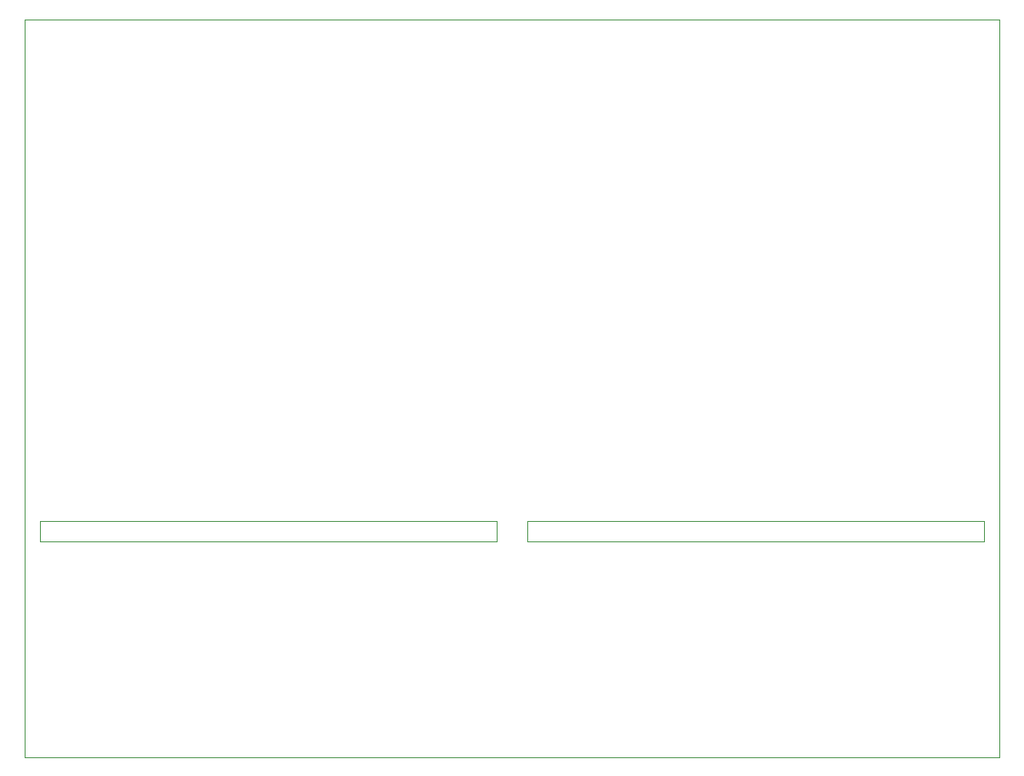
<source format=gbr>
%TF.GenerationSoftware,KiCad,Pcbnew,(6.0.5)*%
%TF.CreationDate,2023-01-13T11:48:33+00:00*%
%TF.ProjectId,AnalogInputBoard,416e616c-6f67-4496-9e70-7574426f6172,rev?*%
%TF.SameCoordinates,Original*%
%TF.FileFunction,Profile,NP*%
%FSLAX46Y46*%
G04 Gerber Fmt 4.6, Leading zero omitted, Abs format (unit mm)*
G04 Created by KiCad (PCBNEW (6.0.5)) date 2023-01-13 11:48:33*
%MOMM*%
%LPD*%
G01*
G04 APERTURE LIST*
%TA.AperFunction,Profile*%
%ADD10C,0.100000*%
%TD*%
G04 APERTURE END LIST*
D10*
X100000000Y-100000000D02*
X145500000Y-100000000D01*
X145500000Y-100000000D02*
X145500000Y-102000000D01*
X145500000Y-102000000D02*
X100000000Y-102000000D01*
X100000000Y-102000000D02*
X100000000Y-100000000D01*
X51500000Y-100000000D02*
X97000000Y-100000000D01*
X97000000Y-100000000D02*
X97000000Y-102000000D01*
X97000000Y-102000000D02*
X51500000Y-102000000D01*
X51500000Y-102000000D02*
X51500000Y-100000000D01*
X50000000Y-50000000D02*
X147000000Y-50000000D01*
X147000000Y-50000000D02*
X147000000Y-123500000D01*
X147000000Y-123500000D02*
X50000000Y-123500000D01*
X50000000Y-123500000D02*
X50000000Y-50000000D01*
M02*

</source>
